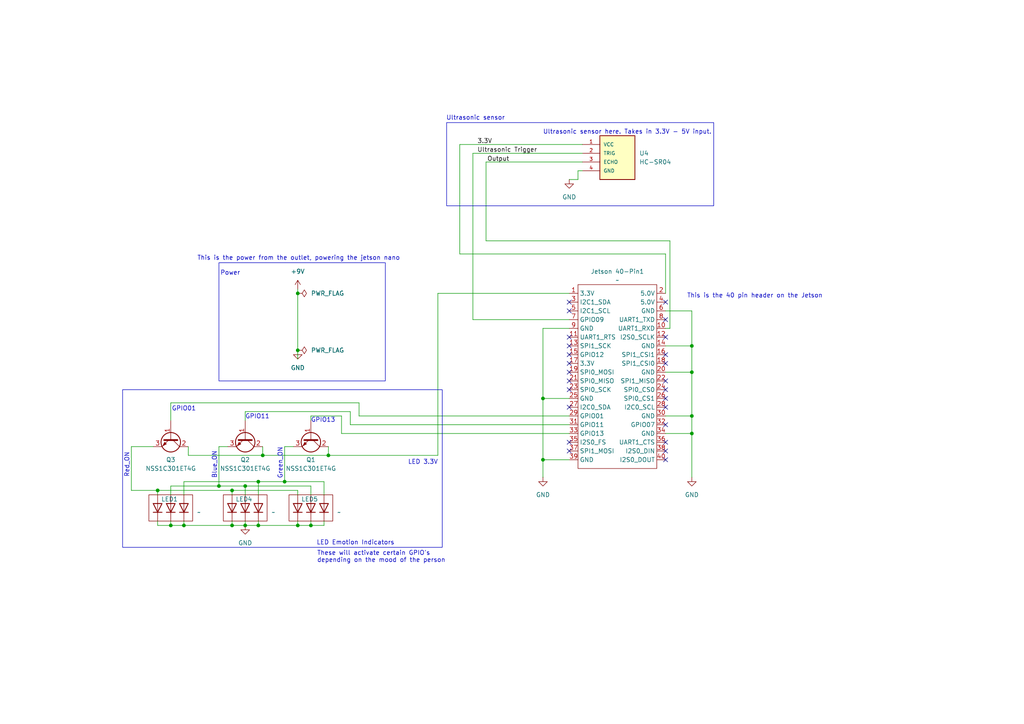
<source format=kicad_sch>
(kicad_sch (version 20231120) (generator "eeschema") (generator_version "8.0")
  (paper "A4")
  (title_block (title "Emotion-Adaptive-Smart-Home") (date "2024-11-06") (rev "3") (company "411 Group 6") (comment 1 "Kamal Smith") (comment 2 "Kilo Bao") (comment 3 "Luan Nguyen") (comment 4 "Samuel Shen"))
  (lib_symbols
    (symbol "D_2" (pin_numbers hide) (pin_names (offset 1.016) hide)
      (property "Reference" "LED1" (at 2.54 -1.016 90))
      (property "Value" "~" (at -1.27 -11.43 90))
      (symbol "D_2_0_1"
        (rectangle (start -3.81 2.54) (end 3.81 -10.16))
        (polyline (pts (xy -1.27 -6.35) (xy -1.27 -8.89)) (stroke (width 0.254)))
        (polyline (pts (xy -1.27 -2.54) (xy -1.27 -5.08)) (stroke (width 0.254)))
        (polyline (pts (xy -1.27 1.27) (xy -1.27 -1.27)) (stroke (width 0.254)))
        (polyline (pts (xy 1.27 -7.62) (xy -1.27 -7.62)))
        (polyline (pts (xy 1.27 -3.81) (xy -1.27 -3.81)))
        (polyline (pts (xy 1.27 0) (xy -1.27 0)))
        (polyline (pts (xy 1.27 -6.35) (xy 1.27 -8.89) (xy -1.27 -7.62) (xy 1.27 -6.35)) (stroke (width 0.254)))
        (polyline (pts (xy 1.27 -2.54) (xy 1.27 -5.08) (xy -1.27 -3.81) (xy 1.27 -2.54)) (stroke (width 0.254)))
        (polyline (pts (xy 1.27 1.27) (xy 1.27 -1.27) (xy -1.27 0) (xy 1.27 1.27)) (stroke (width 0.254)))
      )
      (symbol "D_2_1_1"
        (pin output line (at 3.81 0 180) (length 2.54) (name "A") (number "1"))
        (pin output line (at 3.81 -3.81 180) (length 2.54) (name "A") (number "2"))
        (pin output line (at 3.81 -7.62 180) (length 2.54) (name "A") (number "3"))
        (pin input line (at -3.81 0 0) (length 2.54) (name "K") (number "4"))
        (pin input line (at -3.81 -3.81 0) (length 2.54) (name "K_2") (number "5"))
        (pin input line (at -3.81 -7.62 0) (length 2.54) (name "K_3") (number "6"))
      )
    )
    (symbol "Device:Q_NPN_BCE" (pin_names (offset 0) hide)
      (property "Reference" "Q" (at 5.08 1.27 0))
      (property "Value" "Q_NPN_BCE" (at 5.08 -1.27 0))
      (symbol "Q_NPN_BCE_0_1"
        (polyline (pts (xy 0.635 0.635) (xy 2.54 2.54)))
        (polyline (pts (xy 0.635 -0.635) (xy 2.54 -2.54) (xy 2.54 -2.54)))
        (polyline (pts (xy 0.635 1.905) (xy 0.635 -1.905) (xy 0.635 -1.905)) (stroke (width 0.508)))
        (polyline (pts (xy 1.27 -1.778) (xy 1.778 -1.27) (xy 2.286 -2.286) (xy 1.27 -1.778) (xy 1.27 -1.778)) (fill (type outline)))
        (circle (center 1.27 0) (radius 2.8194) (stroke (width 0.254)))
      )
      (symbol "Q_NPN_BCE_1_1"
        (pin input line (at -5.08 0 0) (length 5.715) (name "B") (number "1"))
        (pin passive line (at 2.54 5.08 270) (length 2.54) (name "C") (number "2"))
        (pin passive line (at 2.54 -5.08 90) (length 2.54) (name "E") (number "3"))
      )
    )
    (symbol "HC-SR04:HC-SR04" (pin_names (offset 1.016))
      (property "Reference" "U" (at 0 5.0813 0))
      (property "Value" "HC-SR04" (at 0 -10.163 0))
      (symbol "HC-SR04_0_0"
        (rectangle (start 0 -7.62) (end 10.16 5.08) (stroke (width 0.254)) (fill (type background)))
        (pin power_in line (at -5.08 2.54 0) (length 5.08) (name "VCC") (number "1"))
        (pin bidirectional line (at -5.08 0 0) (length 5.08) (name "TRIG") (number "2"))
        (pin bidirectional line (at -5.08 -2.54 0) (length 5.08) (name "ECHO") (number "3"))
        (pin power_in line (at -5.08 -5.08 0) (length 5.08) (name "GND") (number "4"))
      )
    )
    (symbol "JetsonNano40pin:JetsonNano40pin"
      (property "Reference" "Jetson 40-Pin" (at 0 41.656 0))
      (symbol "JetsonNano40pin_0_0"
        (pin input line (at -13.97 38.1 0) (length 2.54) (name "3.3V") (number "1"))
        (pin input line (at 13.97 27.94 180) (length 2.54) (name "UART1_RXD") (number "10"))
        (pin bidirectional line (at -13.97 25.4 0) (length 2.54) (name "UART1_RTS") (number "11"))
        (pin bidirectional line (at 13.97 25.4 180) (length 2.54) (name "I2S0_SCLK") (number "12"))
        (pin bidirectional line (at -13.97 22.86 0) (length 2.54) (name "SPI1_SCK") (number "13"))
        (pin input line (at 13.97 22.86 180) (length 2.54) (name "GND") (number "14"))
        (pin bidirectional line (at -13.97 20.32 0) (length 2.54) (name "GPIO12") (number "15"))
        (pin bidirectional line (at 13.97 20.32 180) (length 2.54) (name "SPI1_CSI1") (number "16"))
        (pin input line (at -13.97 17.78 0) (length 2.54) (name "3.3V") (number "17"))
        (pin bidirectional line (at 13.97 17.78 180) (length 2.54) (name "SPI1_CSI0") (number "18"))
        (pin bidirectional line (at -13.97 15.24 0) (length 2.54) (name "SPI0_MOSI") (number "19"))
        (pin input line (at 13.97 15.24 180) (length 2.54) (name "GND") (number "20"))
        (pin bidirectional line (at 13.97 12.7 180) (length 2.54) (name "SPI1_MISO") (number "22"))
        (pin bidirectional line (at -13.97 10.16 0) (length 2.54) (name "SPI0_SCK") (number "23"))
        (pin input line (at -13.97 7.62 0) (length 2.54) (name "GND") (number "25"))
        (pin bidirectional line (at 13.97 7.62 180) (length 2.54) (name "SPI0_CS1") (number "26"))
        (pin bidirectional line (at -13.97 5.08 0) (length 2.54) (name "I2C0_SDA") (number "27"))
        (pin bidirectional line (at 13.97 5.08 180) (length 2.54) (name "I2C0_SCL") (number "28"))
        (pin bidirectional line (at -13.97 2.54 0) (length 2.54) (name "GPIO01") (number "29"))
        (pin bidirectional line (at -13.97 35.56 0) (length 2.54) (name "I2C1_SDA") (number "3"))
        (pin bidirectional line (at -13.97 0 0) (length 2.54) (name "GPIO11") (number "31"))
        (pin bidirectional line (at 13.97 0 180) (length 2.54) (name "GPIO07") (number "32"))
        (pin bidirectional line (at -13.97 -2.54 0) (length 2.54) (name "GPIO13") (number "33"))
        (pin input line (at 13.97 -2.54 180) (length 2.54) (name "GND") (number "34"))
        (pin bidirectional line (at -13.97 -5.08 0) (length 2.54) (name "I2S0_FS") (number "35"))
        (pin bidirectional line (at 13.97 -5.08 180) (length 2.54) (name "UART1_CTS") (number "36"))
        (pin bidirectional line (at -13.97 -7.62 0) (length 2.54) (name "SPI1_MOSI") (number "37"))
        (pin bidirectional line (at 13.97 -7.62 180) (length 2.54) (name "I2S0_DIN") (number "38"))
        (pin input line (at -13.97 -10.16 0) (length 2.54) (name "GND") (number "39"))
        (pin input line (at 13.97 35.56 180) (length 2.54) (name "5.0V") (number "4"))
        (pin bidirectional line (at 13.97 -10.16 180) (length 2.54) (name "I2S0_DOUT") (number "40"))
        (pin bidirectional line (at -13.97 33.02 0) (length 2.54) (name "I2C1_SCL") (number "5"))
      )
      (symbol "JetsonNano40pin_1_0"
        (pin input line (at 13.97 38.1 180) (length 2.54) (name "5.0V") (number "2"))
        (pin bidirectional line (at -13.97 12.7 0) (length 2.54) (name "SPI0_MISO") (number "21"))
        (pin bidirectional line (at 13.97 10.16 180) (length 2.54) (name "SPI0_CS0") (number "24"))
        (pin input line (at 13.97 2.54 180) (length 2.54) (name "GND") (number "30"))
        (pin input line (at 13.97 33.02 180) (length 2.54) (name "GND") (number "6"))
        (pin bidirectional line (at -13.97 30.48 0) (length 2.54) (name "GPIO09") (number "7"))
        (pin output line (at 13.97 30.48 180) (length 2.54) (name "UART1_TXD") (number "8"))
        (pin input line (at -13.97 27.94 0) (length 2.54) (name "GND") (number "9"))
      )
      (symbol "JetsonNano40pin_1_1"
        (rectangle (start -11.43 40.64) (end 11.43 -12.7))
      )
    )
    (symbol "power:+9V" (power) (pin_numbers hide) (pin_names (offset 0) hide)
      (property "Value" "+9V" (at 0 3.556 0))
      (symbol "+9V_0_1"
        (polyline (pts (xy -0.762 1.27) (xy 0 2.54)))
        (polyline (pts (xy 0 0) (xy 0 2.54)))
        (polyline (pts (xy 0 2.54) (xy 0.762 1.27)))
      )
      (symbol "+9V_1_1"
        (pin power_in line (at 0 0 90) (length 0) (name "~") (number "1"))
      )
    )
    (symbol "power:GND" (power) (pin_numbers hide) (pin_names (offset 0) hide)
      (property "Value" "GND" (at 0 -3.81 0))
      (symbol "GND_0_1"
        (polyline (pts (xy 0 0) (xy 0 -1.27) (xy 1.27 -1.27) (xy 0 -2.54) (xy -1.27 -1.27) (xy 0 -1.27)))
      )
      (symbol "GND_1_1"
        (pin power_in line (at 0 0 270) (length 0) (name "~") (number "1"))
      )
    )
    (symbol "power:PWR_FLAG" (power) (pin_numbers hide) (pin_names (offset 0) hide)
      (property "Value" "PWR_FLAG" (at 0 3.81 0))
      (symbol "PWR_FLAG_0_0"
        (pin power_out line (at 0 0 90) (length 0) (name "~") (number "1"))
      )
      (symbol "PWR_FLAG_0_1"
        (polyline (pts (xy 0 0) (xy 0 1.27) (xy -1.016 1.905) (xy 0 2.54) (xy 1.016 1.905) (xy 0 1.27)))
      )
    )
  )
  (junction (at 86.36 85.09))
  (junction (at 71.12 152.4))
  (junction (at 45.72 142.24))
  (junction (at 86.36 152.4))
  (junction (at 49.53 152.4))
  (junction (at 74.93 139.7))
  (junction (at 74.93 152.4))
  (junction (at 200.66 125.73))
  (junction (at 200.66 120.65))
  (junction (at 86.36 101.6))
  (junction (at 200.66 107.95))
  (junction (at 82.55 139.7))
  (junction (at 67.31 152.4))
  (junction (at 95.25 132.08))
  (junction (at 67.31 142.24))
  (junction (at 200.66 100.33))
  (junction (at 76.2 132.08))
  (junction (at 157.48 133.35))
  (junction (at 63.5 140.97))
  (junction (at 90.17 152.4))
  (junction (at 157.48 115.57))
  (junction (at 53.34 152.4))
  (junction (at 71.12 140.97))
  (no_connect (at 193.04 87.63))
  (no_connect (at 193.04 113.03))
  (no_connect (at 165.1 113.03))
  (no_connect (at 165.1 90.17))
  (no_connect (at 193.04 123.19))
  (no_connect (at 193.04 130.81))
  (no_connect (at 193.04 128.27))
  (no_connect (at 165.1 118.11))
  (no_connect (at 165.1 110.49))
  (no_connect (at 193.04 115.57))
  (no_connect (at 165.1 100.33))
  (no_connect (at 193.04 105.41))
  (no_connect (at 165.1 97.79))
  (no_connect (at 193.04 110.49))
  (no_connect (at 193.04 97.79))
  (no_connect (at 165.1 105.41))
  (no_connect (at 165.1 102.87))
  (no_connect (at 193.04 92.71))
  (no_connect (at 193.04 133.35))
  (no_connect (at 193.04 102.87))
  (no_connect (at 165.1 107.95))
  (no_connect (at 165.1 130.81))
  (no_connect (at 193.04 118.11))
  (no_connect (at 165.1 128.27))
  (no_connect (at 165.1 87.63))
  (wire (pts (xy 67.31 152.4) (xy 71.12 152.4)))
  (wire (pts (xy 140.97 46.99) (xy 140.97 69.85)))
  (wire (pts (xy 165.1 95.25) (xy 157.48 95.25)))
  (wire (pts (xy 45.72 142.24) (xy 67.31 142.24)))
  (wire (pts (xy 165.1 120.65) (xy 104.14 120.65)))
  (wire (pts (xy 168.91 41.91) (xy 133.35 41.91)))
  (wire (pts (xy 86.36 152.4) (xy 90.17 152.4)))
  (wire (pts (xy 53.34 139.7) (xy 53.34 143.51)))
  (wire (pts (xy 67.31 142.24) (xy 67.31 143.51)))
  (wire (pts (xy 86.36 85.09) (xy 86.36 101.6)))
  (wire (pts (xy 157.48 133.35) (xy 157.48 138.43)))
  (wire (pts (xy 71.12 119.38) (xy 71.12 121.92)))
  (wire (pts (xy 45.72 151.13) (xy 45.72 152.4)))
  (wire (pts (xy 49.53 151.13) (xy 49.53 152.4)))
  (wire (pts (xy 67.31 151.13) (xy 67.31 152.4)))
  (wire (pts (xy 101.6 119.38) (xy 71.12 119.38)))
  (wire (pts (xy 53.34 151.13) (xy 53.34 152.4)))
  (wire (pts (xy 95.25 129.54) (xy 95.25 132.08)))
  (wire (pts (xy 63.5 140.97) (xy 71.12 140.97)))
  (wire (pts (xy 71.12 140.97) (xy 90.17 140.97)))
  (wire (pts (xy 193.04 73.66) (xy 193.04 85.09)))
  (wire (pts (xy 82.55 129.54) (xy 82.55 139.7)))
  (wire (pts (xy 200.66 120.65) (xy 200.66 125.73)))
  (wire (pts (xy 85.09 129.54) (xy 82.55 129.54)))
  (wire (pts (xy 133.35 73.66) (xy 193.04 73.66)))
  (wire (pts (xy 165.1 125.73) (xy 99.06 125.73)))
  (wire (pts (xy 168.91 46.99) (xy 140.97 46.99)))
  (wire (pts (xy 53.34 152.4) (xy 67.31 152.4)))
  (wire (pts (xy 167.64 49.53) (xy 168.91 49.53)))
  (wire (pts (xy 49.53 152.4) (xy 53.34 152.4)))
  (wire (pts (xy 74.93 139.7) (xy 74.93 143.51)))
  (wire (pts (xy 86.36 142.24) (xy 86.36 143.51)))
  (wire (pts (xy 90.17 120.65) (xy 90.17 121.92)))
  (wire (pts (xy 157.48 95.25) (xy 157.48 115.57)))
  (wire (pts (xy 127 85.09) (xy 127 132.08)))
  (wire (pts (xy 63.5 140.97) (xy 49.53 140.97)))
  (wire (pts (xy 49.53 140.97) (xy 49.53 143.51)))
  (wire (pts (xy 137.16 44.45) (xy 137.16 92.71)))
  (wire (pts (xy 200.66 90.17) (xy 200.66 100.33)))
  (wire (pts (xy 165.1 85.09) (xy 127 85.09)))
  (wire (pts (xy 86.36 83.82) (xy 86.36 85.09)))
  (wire (pts (xy 71.12 152.4) (xy 74.93 152.4)))
  (wire (pts (xy 71.12 143.51) (xy 71.12 140.97)))
  (wire (pts (xy 104.14 116.84) (xy 49.53 116.84)))
  (wire (pts (xy 95.25 132.08) (xy 76.2 132.08)))
  (wire (pts (xy 45.72 142.24) (xy 45.72 143.51)))
  (wire (pts (xy 193.04 100.33) (xy 200.66 100.33)))
  (wire (pts (xy 157.48 115.57) (xy 165.1 115.57)))
  (wire (pts (xy 193.04 125.73) (xy 200.66 125.73)))
  (wire (pts (xy 54.61 132.08) (xy 76.2 132.08)))
  (wire (pts (xy 200.66 107.95) (xy 200.66 120.65)))
  (wire (pts (xy 38.1 142.24) (xy 45.72 142.24)))
  (wire (pts (xy 54.61 129.54) (xy 54.61 132.08)))
  (wire (pts (xy 74.93 151.13) (xy 74.93 152.4)))
  (wire (pts (xy 44.45 129.54) (xy 38.1 129.54)))
  (wire (pts (xy 67.31 142.24) (xy 86.36 142.24)))
  (wire (pts (xy 99.06 120.65) (xy 90.17 120.65)))
  (wire (pts (xy 93.98 152.4) (xy 93.98 151.13)))
  (wire (pts (xy 49.53 116.84) (xy 49.53 121.92)))
  (wire (pts (xy 133.35 41.91) (xy 133.35 73.66)))
  (wire (pts (xy 38.1 129.54) (xy 38.1 142.24)))
  (wire (pts (xy 157.48 115.57) (xy 157.48 133.35)))
  (wire (pts (xy 157.48 133.35) (xy 165.1 133.35)))
  (wire (pts (xy 90.17 143.51) (xy 90.17 140.97)))
  (wire (pts (xy 193.04 90.17) (xy 200.66 90.17)))
  (wire (pts (xy 74.93 152.4) (xy 86.36 152.4)))
  (wire (pts (xy 200.66 125.73) (xy 200.66 138.43)))
  (wire (pts (xy 165.1 123.19) (xy 101.6 123.19)))
  (wire (pts (xy 86.36 104.14) (xy 86.36 101.6)))
  (wire (pts (xy 93.98 143.51) (xy 93.98 139.7)))
  (wire (pts (xy 63.5 129.54) (xy 63.5 140.97)))
  (wire (pts (xy 167.64 49.53) (xy 167.64 52.07)))
  (wire (pts (xy 194.31 69.85) (xy 194.31 95.25)))
  (wire (pts (xy 66.04 129.54) (xy 63.5 129.54)))
  (wire (pts (xy 200.66 100.33) (xy 200.66 107.95)))
  (wire (pts (xy 127 132.08) (xy 95.25 132.08)))
  (wire (pts (xy 137.16 92.71) (xy 165.1 92.71)))
  (wire (pts (xy 53.34 139.7) (xy 74.93 139.7)))
  (wire (pts (xy 90.17 151.13) (xy 90.17 152.4)))
  (wire (pts (xy 167.64 52.07) (xy 165.1 52.07)))
  (wire (pts (xy 193.04 107.95) (xy 200.66 107.95)))
  (wire (pts (xy 71.12 151.13) (xy 71.12 152.4)))
  (wire (pts (xy 193.04 95.25) (xy 194.31 95.25)))
  (wire (pts (xy 104.14 120.65) (xy 104.14 116.84)))
  (wire (pts (xy 76.2 129.54) (xy 76.2 132.08)))
  (wire (pts (xy 99.06 125.73) (xy 99.06 120.65)))
  (wire (pts (xy 90.17 152.4) (xy 93.98 152.4)))
  (wire (pts (xy 193.04 120.65) (xy 200.66 120.65)))
  (wire (pts (xy 74.93 139.7) (xy 82.55 139.7)))
  (wire (pts (xy 82.55 139.7) (xy 93.98 139.7)))
  (wire (pts (xy 140.97 69.85) (xy 194.31 69.85)))
  (wire (pts (xy 86.36 151.13) (xy 86.36 152.4)))
  (wire (pts (xy 45.72 152.4) (xy 49.53 152.4)))
  (wire (pts (xy 101.6 123.19) (xy 101.6 119.38)))
  (wire (pts (xy 168.91 44.45) (xy 137.16 44.45)))
  (rectangle (start 129.54 35.56) (end 207.01 59.69))
  (rectangle (start 63.5 76.2) (end 111.76 110.49))
  (rectangle (start 35.56 113.03) (end 128.27 158.75))
  (text "GPIO11" (at 74.676 120.904 0) (effects (font (size 1.27 1.27))))
  (text "GPIO13" (at 93.726 121.92 0) (effects (font (size 1.27 1.27))))
  (text "This is the 40 pin header on the Jetson\n" (at 218.948 85.852 0) (effects (font (size 1.27 1.27))))
  (text "Ultrasonic sensor here. Takes in 3.3V - 5V input." (at 157.48 38.354 0) (effects (font (size 1.27 1.27)) (justify left)))
  (text "Blue_ON\n\n" (at 63.246 134.874 90) (effects (font (size 1.27 1.27))))
  (text "LED Emotion Indicators" (at 103.124 157.48 0) (effects (font (size 1.27 1.27))))
  (text "Ultrasonic sensor " (at 138.43 34.29 0) (effects (font (size 1.27 1.27))))
  (text "Power" (at 66.802 79.248 0) (effects (font (size 1.27 1.27))))
  (text "LED 3.3V" (at 122.682 134.112 0) (effects (font (size 1.27 1.27))))
  (text "These will activate certain GPIO's\ndepending on the mood of the person" (at 91.948 161.544 0) (effects (font (size 1.27 1.27)) (justify left)))
  (text "Green_ON" (at 81.28 134.366 90) (effects (font (size 1.27 1.27))))
  (text "Output\n" (at 144.526 46.228 0) (effects (font (size 1.27 1.27))))
  (text "Red_ON\n\n" (at 37.846 134.874 90) (effects (font (size 1.27 1.27))))
  (text "GPIO01" (at 53.34 118.618 0) (effects (font (size 1.27 1.27))))
  (text "This is the power from the outlet, powering the jetson nano" (at 86.614 74.93 0) (effects (font (size 1.27 1.27))))
  (label "Ultrasonic Trigger" (at 138.43 44.45 0))
  (label "3.3V" (at 138.43 41.91 0))
  (symbol (lib_name "D_2") (lib_id "Device:D") (at 86.36 147.32 90) (unit 1)
    (property "Reference" "LED5" (at 87.376 144.78 90) (effects (justify right)))
    (property "Value" "~" (at 97.79 148.59 90) (effects (justify right)))
    (property "Description" "SMD 550 RGB" (effects (hide yes)))
  )
  (symbol (lib_id "power:PWR_FLAG") (at 86.36 85.09 270) (unit 1)
    (property "Reference" "#FLG03" (effects (hide yes)))
    (property "Value" "PWR_FLAG" (at 90.17 85.0899 90) (effects (justify left)))
    (property "Description" "Special symbol for telling ERC where power comes from" (effects (hide yes)))
  )
  (symbol (lib_id "Device:Q_NPN_BCE") (at 49.53 127 270) (unit 1)
    (property "Reference" "Q3" (at 49.53 133.35 90))
    (property "Value" "NSS1C301ET4G" (at 49.53 135.89 90))
    (property "Description" "NPN transistor, base/collector/emitter" (effects (hide yes)))
  )
  (symbol (lib_id "power:GND") (at 86.36 101.6 0) (unit 1)
    (property "Reference" "#PWR016" (effects (hide yes)))
    (property "Value" "GND" (at 86.36 106.68 0))
    (property "Description" "Power symbol creates a global label with name \"GND\" , ground" (effects (hide yes)))
  )
  (symbol (lib_name "D_2") (lib_id "Device:D") (at 45.72 147.32 90) (unit 1)
    (property "Reference" "LED1" (at 46.736 144.78 90) (effects (justify right)))
    (property "Value" "~" (at 57.15 148.59 90) (effects (justify right)))
    (property "Description" "SMD 550 RGB" (effects (hide yes)))
  )
  (symbol (lib_id "JetsonNano40pin:JetsonNano40pin") (at 179.07 123.19 0) (unit 1)
    (property "Reference" "Jetson 40-Pin1" (at 179.07 78.74 0))
    (property "Value" "~" (at 179.07 81.28 0))
  )
  (symbol (lib_id "power:+9V") (at 86.36 83.82 0) (unit 1)
    (property "Reference" "#PWR015" (effects (hide yes)))
    (property "Value" "+9V" (at 86.36 78.74 0))
    (property "Description" "Power symbol creates a global label with name \"+9V\"" (effects (hide yes)))
  )
  (symbol (lib_id "HC-SR04:HC-SR04") (at 173.99 44.45 0) (unit 1)
    (property "Reference" "U4" (at 185.42 44.4499 0) (effects (justify left)))
    (property "Value" "HC-SR04" (at 185.42 46.9899 0) (effects (justify left)))
    (property "Footprint" "HC-SR04:XCVR_HC-SR04" (effects (hide yes)))
    (property "MF" "SparkFun Electronics" (effects (hide yes)))
    (property "Description_1" "\n                        \n                            HC-SR04 Ultrasonic Sensor Qwiic Platform Evaluation Expansion Board\n                        \n" (effects (hide yes)))
    (property "Package" "None" (effects (hide yes)))
    (property "Price" "None" (effects (hide yes)))
    (property "Check_prices" "https://www.snapeda.com/parts/HC-SR04/SparkFun+Electronics/view-part/?ref=eda" (effects (hide yes)))
    (property "SnapEDA_Link" "https://www.snapeda.com/parts/HC-SR04/SparkFun+Electronics/view-part/?ref=snap" (effects (hide yes)))
    (property "MP" "HC-SR04" (effects (hide yes)))
    (property "Availability" "Not in stock" (effects (hide yes)))
    (property "MANUFACTURER" "Osepp" (effects (hide yes)))
  )
  (symbol (lib_id "power:GND") (at 157.48 138.43 0) (unit 1)
    (property "Reference" "#PWR017" (effects (hide yes)))
    (property "Value" "GND" (at 157.48 143.51 0))
    (property "Description" "Power symbol creates a global label with name \"GND\" , ground" (effects (hide yes)))
  )
  (symbol (lib_id "power:PWR_FLAG") (at 86.36 101.6 270) (unit 1)
    (property "Reference" "#FLG04" (effects (hide yes)))
    (property "Value" "PWR_FLAG" (at 90.17 101.5999 90) (effects (justify left)))
    (property "Description" "Special symbol for telling ERC where power comes from" (effects (hide yes)))
  )
  (symbol (lib_id "Device:Q_NPN_BCE") (at 71.12 127 270) (unit 1)
    (property "Reference" "Q2" (at 71.12 133.35 90))
    (property "Value" "NSS1C301ET4G" (at 71.12 135.89 90))
    (property "Description" "NPN transistor, base/collector/emitter" (effects (hide yes)))
  )
  (symbol (lib_id "power:GND") (at 165.1 52.07 0) (unit 1)
    (property "Reference" "#PWR018" (effects (hide yes)))
    (property "Value" "GND" (at 165.1 57.15 0))
    (property "Description" "Power symbol creates a global label with name \"GND\" , ground" (effects (hide yes)))
  )
  (symbol (lib_id "power:GND") (at 200.66 138.43 0) (unit 1)
    (property "Reference" "#PWR019" (effects (hide yes)))
    (property "Value" "GND" (at 200.66 143.51 0))
    (property "Description" "Power symbol creates a global label with name \"GND\" , ground" (effects (hide yes)))
  )
  (symbol (lib_id "power:GND") (at 71.12 152.4 0) (unit 1)
    (property "Reference" "#PWR01" (effects (hide yes)))
    (property "Value" "GND" (at 71.12 157.48 0))
    (property "Description" "Power symbol creates a global label with name \"GND\" , ground" (effects (hide yes)))
  )
  (symbol (lib_id "Device:Q_NPN_BCE") (at 90.17 127 270) (unit 1)
    (property "Reference" "Q1" (at 90.17 133.35 90))
    (property "Value" "NSS1C301ET4G" (at 90.17 135.89 90))
    (property "Description" "NPN transistor, base/collector/emitter" (effects (hide yes)))
  )
  (symbol (lib_name "D_2") (lib_id "Device:D") (at 67.31 147.32 90) (unit 1)
    (property "Reference" "LED4" (at 68.326 144.78 90) (effects (justify right)))
    (property "Value" "~" (at 78.74 148.59 90) (effects (justify right)))
    (property "Description" "SMD 550 RGB" (effects (hide yes)))
  )
)
</source>
